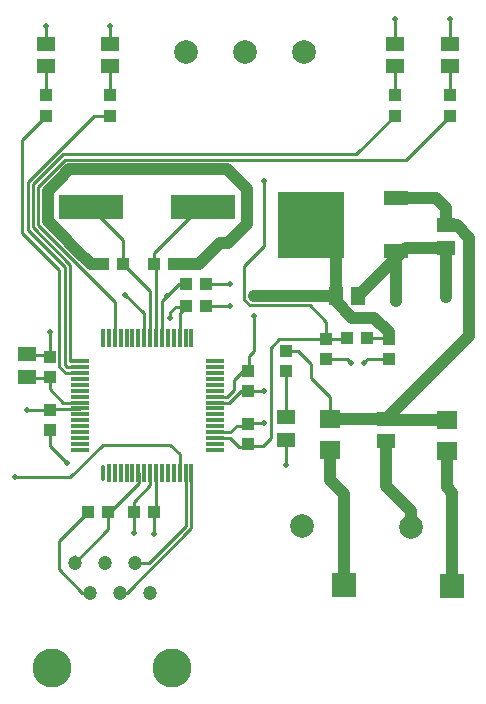
<source format=gtl>
%FSLAX42Y42*%
%MOMM*%
G71*
G01*
G75*
G04 Layer_Physical_Order=1*
G04 Layer_Color=255*
%ADD10R,1.50X0.30*%
%ADD11R,0.30X1.50*%
%ADD12O,0.30X1.50*%
%ADD13R,5.50X2.00*%
%ADD14R,1.68X1.52*%
%ADD15R,1.10X1.00*%
%ADD16R,1.00X1.10*%
%ADD17R,1.30X1.50*%
%ADD18R,1.50X1.30*%
%ADD19R,2.00X1.20*%
%ADD20R,5.60X5.60*%
%ADD21C,1.00*%
%ADD22C,0.25*%
%ADD23C,0.50*%
%ADD24C,2.00*%
%ADD25R,2.00X2.00*%
%ADD26C,1.20*%
%ADD27C,0.50*%
%ADD28C,3.30*%
D10*
X655Y-3735D02*
D03*
Y-3685D02*
D03*
Y-3635D02*
D03*
Y-3585D02*
D03*
Y-3535D02*
D03*
Y-3485D02*
D03*
Y-3435D02*
D03*
Y-3385D02*
D03*
Y-3335D02*
D03*
Y-3285D02*
D03*
Y-3235D02*
D03*
Y-3185D02*
D03*
Y-3135D02*
D03*
Y-3085D02*
D03*
Y-3035D02*
D03*
Y-2985D02*
D03*
X1795D02*
D03*
Y-3035D02*
D03*
Y-3085D02*
D03*
Y-3135D02*
D03*
Y-3185D02*
D03*
Y-3235D02*
D03*
Y-3285D02*
D03*
Y-3335D02*
D03*
Y-3385D02*
D03*
Y-3435D02*
D03*
Y-3485D02*
D03*
Y-3535D02*
D03*
Y-3585D02*
D03*
Y-3635D02*
D03*
Y-3685D02*
D03*
Y-3735D02*
D03*
D11*
X850Y-2790D02*
D03*
X900D02*
D03*
X950D02*
D03*
X1000D02*
D03*
X1050D02*
D03*
X1100D02*
D03*
X1150D02*
D03*
X1200D02*
D03*
X1250D02*
D03*
X1300D02*
D03*
X1350D02*
D03*
X1400D02*
D03*
X1450D02*
D03*
X1500D02*
D03*
X1550D02*
D03*
X1600D02*
D03*
Y-3930D02*
D03*
X1550D02*
D03*
X1500D02*
D03*
X1450D02*
D03*
X1400D02*
D03*
X1350D02*
D03*
X1300D02*
D03*
X1250D02*
D03*
X1200D02*
D03*
X1150D02*
D03*
X1100D02*
D03*
X1050D02*
D03*
X1000D02*
D03*
X950D02*
D03*
X900D02*
D03*
D12*
X850D02*
D03*
D13*
X1700Y-1675D02*
D03*
X750D02*
D03*
D14*
X2770Y-3739D02*
D03*
Y-3470D02*
D03*
X3760Y-3749D02*
D03*
Y-3480D02*
D03*
D15*
X2915Y-2790D02*
D03*
X3085D02*
D03*
X725Y-4260D02*
D03*
X895D02*
D03*
X1020Y-2160D02*
D03*
X850D02*
D03*
X1450Y-2160D02*
D03*
X1280D02*
D03*
X1727Y-2517D02*
D03*
X1557D02*
D03*
X1727Y-2328D02*
D03*
X1557D02*
D03*
X1110Y-4260D02*
D03*
X1280D02*
D03*
D16*
X2400Y-2900D02*
D03*
Y-3070D02*
D03*
X370Y-905D02*
D03*
Y-735D02*
D03*
X910Y-905D02*
D03*
Y-735D02*
D03*
X3320Y-905D02*
D03*
Y-735D02*
D03*
X3790Y-905D02*
D03*
Y-735D02*
D03*
X2739Y-2966D02*
D03*
Y-2795D02*
D03*
X3269Y-2966D02*
D03*
Y-2796D02*
D03*
X399Y-3115D02*
D03*
Y-2945D02*
D03*
X2075Y-3515D02*
D03*
Y-3685D02*
D03*
X400Y-3570D02*
D03*
Y-3400D02*
D03*
X2075Y-3235D02*
D03*
Y-3065D02*
D03*
D17*
X3010Y-2430D02*
D03*
X2820D02*
D03*
D18*
X3755Y-2023D02*
D03*
Y-1833D02*
D03*
X3250Y-3660D02*
D03*
Y-3470D02*
D03*
X210Y-2925D02*
D03*
Y-3115D02*
D03*
X2400Y-3650D02*
D03*
Y-3460D02*
D03*
X370Y-295D02*
D03*
Y-485D02*
D03*
X910Y-295D02*
D03*
Y-485D02*
D03*
X3320Y-295D02*
D03*
Y-485D02*
D03*
X3790Y-295D02*
D03*
Y-485D02*
D03*
D19*
X3330Y-2055D02*
D03*
Y-1605D02*
D03*
D20*
X2610Y-1830D02*
D03*
D21*
X2074Y-1821D02*
Y-1530D01*
X1904Y-1360D02*
X2074Y-1530D01*
X1550Y-1360D02*
X1904D01*
X1910Y-1985D02*
X2074Y-1821D01*
X1839Y-1985D02*
X1910D01*
X1664Y-2160D02*
X1839Y-1985D01*
X1450Y-2160D02*
X1664D01*
X3330Y-2110D02*
X3417Y-2023D01*
X3010Y-2430D02*
X3330Y-2110D01*
X2130Y-2430D02*
X2280D01*
X3330Y-2477D02*
Y-2110D01*
X3755Y-2200D02*
Y-2023D01*
Y-2325D02*
Y-2200D01*
Y-2445D02*
Y-2325D01*
X700Y-1360D02*
X1000D01*
X566D02*
X700D01*
X476Y-1451D02*
X566Y-1360D01*
X385Y-1541D02*
X476Y-1451D01*
X385Y-1700D02*
Y-1541D01*
Y-1799D02*
Y-1700D01*
X486Y-1900D02*
X625Y-2039D01*
X385Y-1799D02*
X486Y-1900D01*
X625Y-2039D02*
X746Y-2160D01*
X1000Y-1360D02*
X1275D01*
X1550D01*
X3330Y-2110D02*
Y-2055D01*
X746Y-2160D02*
X850D01*
X3460Y-4390D02*
Y-4250D01*
X3250Y-4040D02*
X3460Y-4250D01*
X3250Y-4040D02*
Y-3660D01*
X3417Y-2023D02*
X3755D01*
X2280Y-2430D02*
X2460D01*
X2820D01*
Y-2479D02*
Y-2430D01*
Y-2040D01*
X2890Y-4880D02*
Y-4110D01*
X2770Y-3990D02*
X2890Y-4110D01*
X2770Y-3990D02*
Y-3739D01*
X3760Y-4050D02*
Y-3749D01*
Y-4050D02*
X3810Y-4100D01*
X3269Y-2796D02*
Y-2741D01*
X3148Y-2620D02*
X3269Y-2741D01*
X2960Y-2620D02*
X3148D01*
X2820Y-2479D02*
X2960Y-2619D01*
Y-2620D02*
Y-2619D01*
X2610Y-1830D02*
X2820Y-2040D01*
X3755Y-1833D02*
Y-1690D01*
X3670Y-1605D02*
X3755Y-1690D01*
X3330Y-1605D02*
X3670D01*
X3845Y-1833D02*
X3950Y-1938D01*
Y-2770D02*
Y-1938D01*
X3250Y-3470D02*
X3950Y-2770D01*
X3755Y-1833D02*
X3845D01*
X2770Y-3470D02*
X3250D01*
X3810Y-4890D02*
Y-4100D01*
X3260Y-3480D02*
X3760D01*
D22*
X532Y-1277D02*
X3418D01*
X513Y-1232D02*
X2993D01*
X302Y-1507D02*
X532Y-1277D01*
X257Y-1488D02*
X513Y-1232D01*
X2047Y-2178D02*
X2214Y-2012D01*
X2211Y-1461D02*
X2214Y-2012D01*
X2210Y-1460D02*
X2211Y-1461D01*
X2047Y-2464D02*
Y-2178D01*
X1500Y-2580D02*
X1562Y-2517D01*
X1465Y-2523D02*
X1555D01*
X1420Y-2567D02*
X1465Y-2523D01*
X1420Y-2620D02*
Y-2567D01*
X1733Y-2330D02*
X1925D01*
X1727Y-2517D02*
X1923D01*
X2270Y-3635D02*
X2270Y-3635D01*
X2205Y-3700D02*
X2270Y-3635D01*
X2090Y-3700D02*
X2205D01*
X2270Y-2870D02*
X2344Y-2795D01*
X2270Y-3213D02*
Y-2870D01*
Y-3213D02*
X2270Y-3214D01*
X2739Y-2796D02*
Y-2795D01*
X2739D01*
X2344D02*
X2739D01*
X2270Y-3635D02*
Y-3214D01*
X2739Y-2795D02*
Y-2649D01*
X400Y-3387D02*
X653D01*
X2200Y-1460D02*
X2210Y-1450D01*
X2047Y-2464D02*
X2096Y-2513D01*
X2603D01*
X2739Y-2649D01*
X1110Y-4440D02*
X1110Y-4440D01*
Y-4260D01*
X370Y-295D02*
Y-149D01*
X910Y-295D02*
Y-149D01*
X3790Y-90D02*
X3790Y-90D01*
X3790Y-295D02*
Y-90D01*
X3320Y-90D02*
X3320Y-90D01*
Y-295D02*
Y-90D01*
X1040Y-2420D02*
X1200Y-2580D01*
Y-2790D02*
Y-2580D01*
X3091Y-2966D02*
X3269D01*
X2739Y-2965D02*
X2915D01*
X2110Y-3510D02*
X2210D01*
X2090Y-3530D02*
X2110Y-3510D01*
X2400Y-3860D02*
X2400Y-3860D01*
Y-3650D01*
X399Y-2945D02*
Y-2740D01*
X400Y-3700D02*
X550Y-3850D01*
X400Y-3700D02*
Y-3570D01*
X1250Y-4035D02*
Y-3930D01*
X1919Y-3335D02*
X2019Y-3235D01*
X1795Y-3335D02*
X1919D01*
X2090Y-3530D02*
X2090Y-3530D01*
X1985Y-3530D02*
X2090D01*
X1930Y-3585D02*
X1985Y-3530D01*
X1795Y-3585D02*
X1930D01*
X1110Y-4260D02*
Y-4175D01*
X1250Y-4035D01*
X389Y-2935D02*
X399Y-2945D01*
X169Y-2935D02*
X389D01*
X1110Y-4260D02*
X1110Y-4260D01*
X1350Y-2475D02*
X1389Y-2436D01*
X1350Y-2790D02*
Y-2475D01*
X1389Y-2436D02*
X1495Y-2330D01*
X1300Y-2790D02*
Y-2180D01*
X1250Y-2790D02*
Y-2390D01*
X1020Y-2160D02*
X1250Y-2390D01*
X2210Y-1460D02*
Y-1450D01*
X2200Y-1460D02*
X2210D01*
X850Y-3690D02*
X1420D01*
X1500Y-3770D01*
Y-3930D02*
Y-3770D01*
X1250Y-2790D02*
X1250Y-2790D01*
X1500Y-2790D02*
Y-2580D01*
X1300Y-4240D02*
Y-3930D01*
X1600Y-4396D02*
Y-3930D01*
X1550Y-4381D02*
Y-3930D01*
X1280Y-4450D02*
Y-4260D01*
X1280Y-2160D02*
Y-2070D01*
X1680Y-1670D01*
X1020Y-2160D02*
Y-1960D01*
X730Y-1670D02*
X1020Y-1960D01*
X910Y-485D02*
X910Y-485D01*
X910Y-735D02*
Y-485D01*
X370Y-735D02*
Y-485D01*
X538Y-3087D02*
X655D01*
X482Y-3032D02*
Y-2212D01*
X166Y-1896D02*
X482Y-2212D01*
X166Y-1896D02*
Y-1109D01*
X527Y-3013D02*
Y-2187D01*
X212Y-1871D02*
X527Y-2187D01*
X212Y-1871D02*
Y-1469D01*
X573Y-2981D02*
Y-2168D01*
X257Y-1852D02*
X573Y-2168D01*
X257Y-1852D02*
Y-1488D01*
X577Y-2985D02*
X655D01*
X573Y-2981D02*
X577Y-2985D01*
X527Y-3013D02*
X547Y-3033D01*
X653D01*
X655Y-3087D02*
Y-3085D01*
X482Y-3032D02*
X538Y-3087D01*
X166Y-1109D02*
X370Y-905D01*
X653Y-3033D02*
X655Y-3035D01*
X212Y-1469D02*
X776Y-905D01*
X910D01*
X2993Y-1232D02*
X3320Y-905D01*
X950Y-2790D02*
X952Y-2788D01*
Y-2483D01*
X302Y-1833D02*
X952Y-2483D01*
X302Y-1833D02*
Y-1507D01*
X3418Y-1277D02*
X3790Y-905D01*
X2610Y-3130D02*
Y-3005D01*
X2505Y-2900D02*
X2610Y-3005D01*
X2400Y-2900D02*
X2505D01*
X2770Y-3470D02*
Y-3290D01*
X2610Y-3130D02*
X2770Y-3290D01*
X3790Y-735D02*
Y-485D01*
X3320Y-735D02*
Y-485D01*
X3085Y-2790D02*
X3264D01*
X2739Y-2796D02*
X2910D01*
X2915Y-2790D01*
X2770Y-3739D02*
X2770Y-3739D01*
X2400Y-3460D02*
X2400Y-3460D01*
Y-3070D01*
X2080Y-3710D02*
X2090Y-3700D01*
X2000Y-3710D02*
X2080D01*
X1925Y-3635D02*
X2000Y-3710D01*
X1795Y-3635D02*
X1925D01*
X1905Y-3285D02*
X1960Y-3230D01*
X1795Y-3285D02*
X1905D01*
X1960Y-3230D02*
Y-3145D01*
X2040Y-3065D01*
X2090D01*
X1300Y-2790D02*
X1300Y-2790D01*
X1280Y-2160D02*
X1300Y-2180D01*
X389Y-3125D02*
X399Y-3115D01*
X169Y-3125D02*
X389D01*
X510Y-3335D02*
X655D01*
X399Y-3224D02*
X510Y-3335D01*
X399Y-3224D02*
Y-3115D01*
X895Y-4260D02*
X906D01*
X1150Y-3930D02*
X1152Y-3932D01*
Y-4014D02*
Y-3932D01*
X906Y-4260D02*
X1152Y-4014D01*
X1280Y-4260D02*
X1300Y-4240D01*
X1241Y-4690D02*
X1550Y-4381D01*
X1052Y-4944D02*
X1600Y-4396D01*
X653Y-3387D02*
X655Y-3385D01*
X400Y-3400D02*
Y-3387D01*
X676Y-4944D02*
X737D01*
X477Y-4745D02*
X676Y-4944D01*
X477Y-4745D02*
Y-4508D01*
X725Y-4260D01*
X895Y-4260D02*
X895Y-4260D01*
X895Y-4405D02*
Y-4260D01*
X610Y-4690D02*
X895Y-4405D01*
X991Y-4944D02*
X1052D01*
X1118Y-4690D02*
X1241D01*
X610D02*
Y-4635D01*
X2090Y-3065D02*
Y-2940D01*
X2130Y-2900D01*
Y-2600D01*
X2915Y-2965D02*
X2952Y-3003D01*
X3062Y-2994D02*
X3091Y-2966D01*
X3062Y-3003D02*
Y-2994D01*
X2210Y-3235D02*
X2212Y-3238D01*
X2019Y-3235D02*
X2210D01*
X210Y-3400D02*
X400D01*
X102Y-3968D02*
X572D01*
X850Y-3690D01*
D23*
X3250Y-3470D02*
X3260Y-3480D01*
D24*
X2540Y-4380D02*
D03*
X3460Y-4390D02*
D03*
X1550Y-370D02*
D03*
X2050D02*
D03*
X2550D02*
D03*
D25*
X2890Y-4880D02*
D03*
X3810Y-4890D02*
D03*
D26*
X610Y-4690D02*
D03*
X737Y-4944D02*
D03*
X991D02*
D03*
X864Y-4690D02*
D03*
X1118D02*
D03*
X1245Y-4944D02*
D03*
D27*
X447Y-1862D02*
D03*
X2021Y-1873D02*
D03*
X1900Y-1980D02*
D03*
X1794Y-2031D02*
D03*
X2073Y-1686D02*
D03*
Y-1558D02*
D03*
X1964Y-1412D02*
D03*
X1754Y-1363D02*
D03*
X3330Y-2370D02*
D03*
X3190Y-2250D02*
D03*
X1925Y-2330D02*
D03*
X1923Y-2517D02*
D03*
X2130Y-2430D02*
D03*
X3755Y-2200D02*
D03*
Y-2325D02*
D03*
X700Y-1360D02*
D03*
X476Y-1451D02*
D03*
X385Y-1700D02*
D03*
X625Y-2039D02*
D03*
X1000Y-1360D02*
D03*
X1275D02*
D03*
X1550D02*
D03*
X1389Y-2436D02*
D03*
X1420Y-2620D02*
D03*
X1110Y-4440D02*
D03*
X370Y-149D02*
D03*
X910D02*
D03*
X3790Y-90D02*
D03*
X3320D02*
D03*
X1040Y-2420D02*
D03*
X3330Y-2477D02*
D03*
X3755Y-2445D02*
D03*
X2210Y-3510D02*
D03*
X2400Y-3860D02*
D03*
X399Y-2740D02*
D03*
X550Y-3850D02*
D03*
X2210Y-1460D02*
D03*
X1280Y-4450D02*
D03*
X2280Y-2430D02*
D03*
X2460D02*
D03*
X2130Y-2600D02*
D03*
X2952Y-3003D02*
D03*
X3062D02*
D03*
X2212Y-3238D02*
D03*
X210Y-3400D02*
D03*
X102Y-3968D02*
D03*
D28*
X1436Y-5580D02*
D03*
X420D02*
D03*
M02*

</source>
